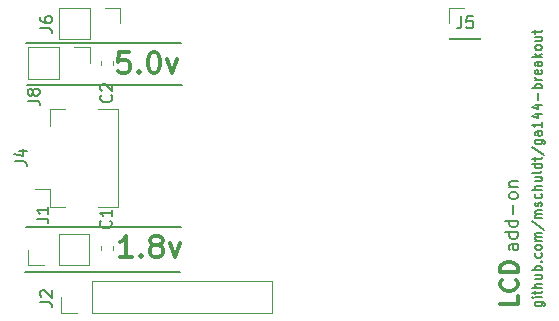
<source format=gto>
G04 #@! TF.GenerationSoftware,KiCad,Pcbnew,5.0.2-bee76a0~70~ubuntu14.04.1*
G04 #@! TF.CreationDate,2018-12-07T19:03:52-07:00*
G04 #@! TF.ProjectId,lcd-addon,6c63642d-6164-4646-9f6e-2e6b69636164,rev?*
G04 #@! TF.SameCoordinates,Original*
G04 #@! TF.FileFunction,Legend,Top*
G04 #@! TF.FilePolarity,Positive*
%FSLAX46Y46*%
G04 Gerber Fmt 4.6, Leading zero omitted, Abs format (unit mm)*
G04 Created by KiCad (PCBNEW 5.0.2-bee76a0~70~ubuntu14.04.1) date Fri 07 Dec 2018 07:03:52 PM MST*
%MOMM*%
%LPD*%
G01*
G04 APERTURE LIST*
%ADD10C,0.200000*%
%ADD11C,0.300000*%
%ADD12C,0.180000*%
%ADD13C,0.150000*%
%ADD14C,0.120000*%
G04 APERTURE END LIST*
D10*
X107750000Y-76850000D02*
X120900000Y-76850000D01*
X107650000Y-96250000D02*
X120800000Y-96250000D01*
X107750000Y-92450000D02*
X120900000Y-92450000D01*
X107850000Y-80400000D02*
X121000000Y-80400000D01*
D11*
X116457142Y-77614285D02*
X115600000Y-77614285D01*
X115514285Y-78471428D01*
X115600000Y-78385714D01*
X115771428Y-78300000D01*
X116200000Y-78300000D01*
X116371428Y-78385714D01*
X116457142Y-78471428D01*
X116542857Y-78642857D01*
X116542857Y-79071428D01*
X116457142Y-79242857D01*
X116371428Y-79328571D01*
X116200000Y-79414285D01*
X115771428Y-79414285D01*
X115600000Y-79328571D01*
X115514285Y-79242857D01*
X117314285Y-79242857D02*
X117400000Y-79328571D01*
X117314285Y-79414285D01*
X117228571Y-79328571D01*
X117314285Y-79242857D01*
X117314285Y-79414285D01*
X118514285Y-77614285D02*
X118685714Y-77614285D01*
X118857142Y-77700000D01*
X118942857Y-77785714D01*
X119028571Y-77957142D01*
X119114285Y-78300000D01*
X119114285Y-78728571D01*
X119028571Y-79071428D01*
X118942857Y-79242857D01*
X118857142Y-79328571D01*
X118685714Y-79414285D01*
X118514285Y-79414285D01*
X118342857Y-79328571D01*
X118257142Y-79242857D01*
X118171428Y-79071428D01*
X118085714Y-78728571D01*
X118085714Y-78300000D01*
X118171428Y-77957142D01*
X118257142Y-77785714D01*
X118342857Y-77700000D01*
X118514285Y-77614285D01*
X119714285Y-78214285D02*
X120142857Y-79414285D01*
X120571428Y-78214285D01*
X116742857Y-94964285D02*
X115714285Y-94964285D01*
X116228571Y-94964285D02*
X116228571Y-93164285D01*
X116057142Y-93421428D01*
X115885714Y-93592857D01*
X115714285Y-93678571D01*
X117514285Y-94792857D02*
X117600000Y-94878571D01*
X117514285Y-94964285D01*
X117428571Y-94878571D01*
X117514285Y-94792857D01*
X117514285Y-94964285D01*
X118628571Y-93935714D02*
X118457142Y-93850000D01*
X118371428Y-93764285D01*
X118285714Y-93592857D01*
X118285714Y-93507142D01*
X118371428Y-93335714D01*
X118457142Y-93250000D01*
X118628571Y-93164285D01*
X118971428Y-93164285D01*
X119142857Y-93250000D01*
X119228571Y-93335714D01*
X119314285Y-93507142D01*
X119314285Y-93592857D01*
X119228571Y-93764285D01*
X119142857Y-93850000D01*
X118971428Y-93935714D01*
X118628571Y-93935714D01*
X118457142Y-94021428D01*
X118371428Y-94107142D01*
X118285714Y-94278571D01*
X118285714Y-94621428D01*
X118371428Y-94792857D01*
X118457142Y-94878571D01*
X118628571Y-94964285D01*
X118971428Y-94964285D01*
X119142857Y-94878571D01*
X119228571Y-94792857D01*
X119314285Y-94621428D01*
X119314285Y-94278571D01*
X119228571Y-94107142D01*
X119142857Y-94021428D01*
X118971428Y-93935714D01*
X119914285Y-93764285D02*
X120342857Y-94964285D01*
X120771428Y-93764285D01*
D12*
X149397619Y-93885714D02*
X148821428Y-93885714D01*
X148716666Y-93938095D01*
X148664285Y-94042857D01*
X148664285Y-94252380D01*
X148716666Y-94357142D01*
X149345238Y-93885714D02*
X149397619Y-93990476D01*
X149397619Y-94252380D01*
X149345238Y-94357142D01*
X149240476Y-94409523D01*
X149135714Y-94409523D01*
X149030952Y-94357142D01*
X148978571Y-94252380D01*
X148978571Y-93990476D01*
X148926190Y-93885714D01*
X149397619Y-92890476D02*
X148297619Y-92890476D01*
X149345238Y-92890476D02*
X149397619Y-92995238D01*
X149397619Y-93204761D01*
X149345238Y-93309523D01*
X149292857Y-93361904D01*
X149188095Y-93414285D01*
X148873809Y-93414285D01*
X148769047Y-93361904D01*
X148716666Y-93309523D01*
X148664285Y-93204761D01*
X148664285Y-92995238D01*
X148716666Y-92890476D01*
X149397619Y-91895238D02*
X148297619Y-91895238D01*
X149345238Y-91895238D02*
X149397619Y-92000000D01*
X149397619Y-92209523D01*
X149345238Y-92314285D01*
X149292857Y-92366666D01*
X149188095Y-92419047D01*
X148873809Y-92419047D01*
X148769047Y-92366666D01*
X148716666Y-92314285D01*
X148664285Y-92209523D01*
X148664285Y-92000000D01*
X148716666Y-91895238D01*
X148978571Y-91371428D02*
X148978571Y-90533333D01*
X149397619Y-89852380D02*
X149345238Y-89957142D01*
X149292857Y-90009523D01*
X149188095Y-90061904D01*
X148873809Y-90061904D01*
X148769047Y-90009523D01*
X148716666Y-89957142D01*
X148664285Y-89852380D01*
X148664285Y-89695238D01*
X148716666Y-89590476D01*
X148769047Y-89538095D01*
X148873809Y-89485714D01*
X149188095Y-89485714D01*
X149292857Y-89538095D01*
X149345238Y-89590476D01*
X149397619Y-89695238D01*
X149397619Y-89852380D01*
X148664285Y-89014285D02*
X149397619Y-89014285D01*
X148769047Y-89014285D02*
X148716666Y-88961904D01*
X148664285Y-88857142D01*
X148664285Y-88700000D01*
X148716666Y-88595238D01*
X148821428Y-88542857D01*
X149397619Y-88542857D01*
D13*
X150878571Y-98776190D02*
X151526190Y-98776190D01*
X151602380Y-98814285D01*
X151640476Y-98852380D01*
X151678571Y-98928571D01*
X151678571Y-99042857D01*
X151640476Y-99119047D01*
X151373809Y-98776190D02*
X151411904Y-98852380D01*
X151411904Y-99004761D01*
X151373809Y-99080952D01*
X151335714Y-99119047D01*
X151259523Y-99157142D01*
X151030952Y-99157142D01*
X150954761Y-99119047D01*
X150916666Y-99080952D01*
X150878571Y-99004761D01*
X150878571Y-98852380D01*
X150916666Y-98776190D01*
X151411904Y-98395238D02*
X150878571Y-98395238D01*
X150611904Y-98395238D02*
X150650000Y-98433333D01*
X150688095Y-98395238D01*
X150650000Y-98357142D01*
X150611904Y-98395238D01*
X150688095Y-98395238D01*
X150878571Y-98128571D02*
X150878571Y-97823809D01*
X150611904Y-98014285D02*
X151297619Y-98014285D01*
X151373809Y-97976190D01*
X151411904Y-97900000D01*
X151411904Y-97823809D01*
X151411904Y-97557142D02*
X150611904Y-97557142D01*
X151411904Y-97214285D02*
X150992857Y-97214285D01*
X150916666Y-97252380D01*
X150878571Y-97328571D01*
X150878571Y-97442857D01*
X150916666Y-97519047D01*
X150954761Y-97557142D01*
X150878571Y-96490476D02*
X151411904Y-96490476D01*
X150878571Y-96833333D02*
X151297619Y-96833333D01*
X151373809Y-96795238D01*
X151411904Y-96719047D01*
X151411904Y-96604761D01*
X151373809Y-96528571D01*
X151335714Y-96490476D01*
X151411904Y-96109523D02*
X150611904Y-96109523D01*
X150916666Y-96109523D02*
X150878571Y-96033333D01*
X150878571Y-95880952D01*
X150916666Y-95804761D01*
X150954761Y-95766666D01*
X151030952Y-95728571D01*
X151259523Y-95728571D01*
X151335714Y-95766666D01*
X151373809Y-95804761D01*
X151411904Y-95880952D01*
X151411904Y-96033333D01*
X151373809Y-96109523D01*
X151335714Y-95385714D02*
X151373809Y-95347619D01*
X151411904Y-95385714D01*
X151373809Y-95423809D01*
X151335714Y-95385714D01*
X151411904Y-95385714D01*
X151373809Y-94661904D02*
X151411904Y-94738095D01*
X151411904Y-94890476D01*
X151373809Y-94966666D01*
X151335714Y-95004761D01*
X151259523Y-95042857D01*
X151030952Y-95042857D01*
X150954761Y-95004761D01*
X150916666Y-94966666D01*
X150878571Y-94890476D01*
X150878571Y-94738095D01*
X150916666Y-94661904D01*
X151411904Y-94204761D02*
X151373809Y-94280952D01*
X151335714Y-94319047D01*
X151259523Y-94357142D01*
X151030952Y-94357142D01*
X150954761Y-94319047D01*
X150916666Y-94280952D01*
X150878571Y-94204761D01*
X150878571Y-94090476D01*
X150916666Y-94014285D01*
X150954761Y-93976190D01*
X151030952Y-93938095D01*
X151259523Y-93938095D01*
X151335714Y-93976190D01*
X151373809Y-94014285D01*
X151411904Y-94090476D01*
X151411904Y-94204761D01*
X151411904Y-93595238D02*
X150878571Y-93595238D01*
X150954761Y-93595238D02*
X150916666Y-93557142D01*
X150878571Y-93480952D01*
X150878571Y-93366666D01*
X150916666Y-93290476D01*
X150992857Y-93252380D01*
X151411904Y-93252380D01*
X150992857Y-93252380D02*
X150916666Y-93214285D01*
X150878571Y-93138095D01*
X150878571Y-93023809D01*
X150916666Y-92947619D01*
X150992857Y-92909523D01*
X151411904Y-92909523D01*
X150573809Y-91957142D02*
X151602380Y-92642857D01*
X151411904Y-91690476D02*
X150878571Y-91690476D01*
X150954761Y-91690476D02*
X150916666Y-91652380D01*
X150878571Y-91576190D01*
X150878571Y-91461904D01*
X150916666Y-91385714D01*
X150992857Y-91347619D01*
X151411904Y-91347619D01*
X150992857Y-91347619D02*
X150916666Y-91309523D01*
X150878571Y-91233333D01*
X150878571Y-91119047D01*
X150916666Y-91042857D01*
X150992857Y-91004761D01*
X151411904Y-91004761D01*
X151373809Y-90661904D02*
X151411904Y-90585714D01*
X151411904Y-90433333D01*
X151373809Y-90357142D01*
X151297619Y-90319047D01*
X151259523Y-90319047D01*
X151183333Y-90357142D01*
X151145238Y-90433333D01*
X151145238Y-90547619D01*
X151107142Y-90623809D01*
X151030952Y-90661904D01*
X150992857Y-90661904D01*
X150916666Y-90623809D01*
X150878571Y-90547619D01*
X150878571Y-90433333D01*
X150916666Y-90357142D01*
X151373809Y-89633333D02*
X151411904Y-89709523D01*
X151411904Y-89861904D01*
X151373809Y-89938095D01*
X151335714Y-89976190D01*
X151259523Y-90014285D01*
X151030952Y-90014285D01*
X150954761Y-89976190D01*
X150916666Y-89938095D01*
X150878571Y-89861904D01*
X150878571Y-89709523D01*
X150916666Y-89633333D01*
X151411904Y-89290476D02*
X150611904Y-89290476D01*
X151411904Y-88947619D02*
X150992857Y-88947619D01*
X150916666Y-88985714D01*
X150878571Y-89061904D01*
X150878571Y-89176190D01*
X150916666Y-89252380D01*
X150954761Y-89290476D01*
X150878571Y-88223809D02*
X151411904Y-88223809D01*
X150878571Y-88566666D02*
X151297619Y-88566666D01*
X151373809Y-88528571D01*
X151411904Y-88452380D01*
X151411904Y-88338095D01*
X151373809Y-88261904D01*
X151335714Y-88223809D01*
X151411904Y-87728571D02*
X151373809Y-87804761D01*
X151297619Y-87842857D01*
X150611904Y-87842857D01*
X151411904Y-87080952D02*
X150611904Y-87080952D01*
X151373809Y-87080952D02*
X151411904Y-87157142D01*
X151411904Y-87309523D01*
X151373809Y-87385714D01*
X151335714Y-87423809D01*
X151259523Y-87461904D01*
X151030952Y-87461904D01*
X150954761Y-87423809D01*
X150916666Y-87385714D01*
X150878571Y-87309523D01*
X150878571Y-87157142D01*
X150916666Y-87080952D01*
X150878571Y-86814285D02*
X150878571Y-86509523D01*
X150611904Y-86700000D02*
X151297619Y-86700000D01*
X151373809Y-86661904D01*
X151411904Y-86585714D01*
X151411904Y-86509523D01*
X150573809Y-85671428D02*
X151602380Y-86357142D01*
X150878571Y-85061904D02*
X151526190Y-85061904D01*
X151602380Y-85100000D01*
X151640476Y-85138095D01*
X151678571Y-85214285D01*
X151678571Y-85328571D01*
X151640476Y-85404761D01*
X151373809Y-85061904D02*
X151411904Y-85138095D01*
X151411904Y-85290476D01*
X151373809Y-85366666D01*
X151335714Y-85404761D01*
X151259523Y-85442857D01*
X151030952Y-85442857D01*
X150954761Y-85404761D01*
X150916666Y-85366666D01*
X150878571Y-85290476D01*
X150878571Y-85138095D01*
X150916666Y-85061904D01*
X151411904Y-84338095D02*
X150992857Y-84338095D01*
X150916666Y-84376190D01*
X150878571Y-84452380D01*
X150878571Y-84604761D01*
X150916666Y-84680952D01*
X151373809Y-84338095D02*
X151411904Y-84414285D01*
X151411904Y-84604761D01*
X151373809Y-84680952D01*
X151297619Y-84719047D01*
X151221428Y-84719047D01*
X151145238Y-84680952D01*
X151107142Y-84604761D01*
X151107142Y-84414285D01*
X151069047Y-84338095D01*
X151411904Y-83538095D02*
X151411904Y-83995238D01*
X151411904Y-83766666D02*
X150611904Y-83766666D01*
X150726190Y-83842857D01*
X150802380Y-83919047D01*
X150840476Y-83995238D01*
X150878571Y-82852380D02*
X151411904Y-82852380D01*
X150573809Y-83042857D02*
X151145238Y-83233333D01*
X151145238Y-82738095D01*
X150878571Y-82090476D02*
X151411904Y-82090476D01*
X150573809Y-82280952D02*
X151145238Y-82471428D01*
X151145238Y-81976190D01*
X151107142Y-81671428D02*
X151107142Y-81061904D01*
X151411904Y-80680952D02*
X150611904Y-80680952D01*
X150916666Y-80680952D02*
X150878571Y-80604761D01*
X150878571Y-80452380D01*
X150916666Y-80376190D01*
X150954761Y-80338095D01*
X151030952Y-80300000D01*
X151259523Y-80300000D01*
X151335714Y-80338095D01*
X151373809Y-80376190D01*
X151411904Y-80452380D01*
X151411904Y-80604761D01*
X151373809Y-80680952D01*
X151411904Y-79957142D02*
X150878571Y-79957142D01*
X151030952Y-79957142D02*
X150954761Y-79919047D01*
X150916666Y-79880952D01*
X150878571Y-79804761D01*
X150878571Y-79728571D01*
X151373809Y-79157142D02*
X151411904Y-79233333D01*
X151411904Y-79385714D01*
X151373809Y-79461904D01*
X151297619Y-79500000D01*
X150992857Y-79500000D01*
X150916666Y-79461904D01*
X150878571Y-79385714D01*
X150878571Y-79233333D01*
X150916666Y-79157142D01*
X150992857Y-79119047D01*
X151069047Y-79119047D01*
X151145238Y-79500000D01*
X151411904Y-78433333D02*
X150992857Y-78433333D01*
X150916666Y-78471428D01*
X150878571Y-78547619D01*
X150878571Y-78700000D01*
X150916666Y-78776190D01*
X151373809Y-78433333D02*
X151411904Y-78509523D01*
X151411904Y-78700000D01*
X151373809Y-78776190D01*
X151297619Y-78814285D01*
X151221428Y-78814285D01*
X151145238Y-78776190D01*
X151107142Y-78700000D01*
X151107142Y-78509523D01*
X151069047Y-78433333D01*
X151411904Y-78052380D02*
X150611904Y-78052380D01*
X151107142Y-77976190D02*
X151411904Y-77747619D01*
X150878571Y-77747619D02*
X151183333Y-78052380D01*
X151411904Y-77290476D02*
X151373809Y-77366666D01*
X151335714Y-77404761D01*
X151259523Y-77442857D01*
X151030952Y-77442857D01*
X150954761Y-77404761D01*
X150916666Y-77366666D01*
X150878571Y-77290476D01*
X150878571Y-77176190D01*
X150916666Y-77100000D01*
X150954761Y-77061904D01*
X151030952Y-77023809D01*
X151259523Y-77023809D01*
X151335714Y-77061904D01*
X151373809Y-77100000D01*
X151411904Y-77176190D01*
X151411904Y-77290476D01*
X150878571Y-76338095D02*
X151411904Y-76338095D01*
X150878571Y-76680952D02*
X151297619Y-76680952D01*
X151373809Y-76642857D01*
X151411904Y-76566666D01*
X151411904Y-76452380D01*
X151373809Y-76376190D01*
X151335714Y-76338095D01*
X150878571Y-76071428D02*
X150878571Y-75766666D01*
X150611904Y-75957142D02*
X151297619Y-75957142D01*
X151373809Y-75919047D01*
X151411904Y-75842857D01*
X151411904Y-75766666D01*
D11*
X149406671Y-98254554D02*
X149406671Y-98968840D01*
X147906671Y-98968840D01*
X149263814Y-96897411D02*
X149335242Y-96968840D01*
X149406671Y-97183125D01*
X149406671Y-97325982D01*
X149335242Y-97540268D01*
X149192385Y-97683125D01*
X149049528Y-97754554D01*
X148763814Y-97825982D01*
X148549528Y-97825982D01*
X148263814Y-97754554D01*
X148120957Y-97683125D01*
X147978100Y-97540268D01*
X147906671Y-97325982D01*
X147906671Y-97183125D01*
X147978100Y-96968840D01*
X148049528Y-96897411D01*
X149406671Y-96254554D02*
X147906671Y-96254554D01*
X147906671Y-95897411D01*
X147978100Y-95683125D01*
X148120957Y-95540268D01*
X148263814Y-95468840D01*
X148549528Y-95397411D01*
X148763814Y-95397411D01*
X149049528Y-95468840D01*
X149192385Y-95540268D01*
X149335242Y-95683125D01*
X149406671Y-95897411D01*
X149406671Y-96254554D01*
D14*
G04 #@! TO.C,J2*
X128620000Y-99680000D02*
X128620000Y-97020000D01*
X113320000Y-99680000D02*
X128620000Y-99680000D01*
X113320000Y-97020000D02*
X128620000Y-97020000D01*
X113320000Y-99680000D02*
X113320000Y-97020000D01*
X112050000Y-99680000D02*
X110720000Y-99680000D01*
X110720000Y-99680000D02*
X110720000Y-98350000D01*
G04 #@! TO.C,C1*
X115110000Y-94074721D02*
X115110000Y-94400279D01*
X114090000Y-94074721D02*
X114090000Y-94400279D01*
G04 #@! TO.C,C2*
X114090000Y-78374721D02*
X114090000Y-78700279D01*
X115110000Y-78374721D02*
X115110000Y-78700279D01*
G04 #@! TO.C,J4*
X109750000Y-89210000D02*
X109750000Y-90700000D01*
X109750000Y-90700000D02*
X111090000Y-90700000D01*
X109750000Y-83890000D02*
X109750000Y-82400000D01*
X109750000Y-82400000D02*
X111090000Y-82400000D01*
X113810000Y-90700000D02*
X115550000Y-90700000D01*
X115550000Y-90700000D02*
X115550000Y-82400000D01*
X115550000Y-82400000D02*
X113810000Y-82400000D01*
X109750000Y-89210000D02*
X108550000Y-89210000D01*
G04 #@! TO.C,J5*
X143530000Y-76530000D02*
X146190000Y-76530000D01*
X143530000Y-76470000D02*
X143530000Y-76530000D01*
X146190000Y-76470000D02*
X146190000Y-76530000D01*
X143530000Y-76470000D02*
X146190000Y-76470000D01*
X143530000Y-75200000D02*
X143530000Y-73870000D01*
X143530000Y-73870000D02*
X144860000Y-73870000D01*
G04 #@! TO.C,J6*
X110530000Y-73870000D02*
X110530000Y-76530000D01*
X113130000Y-73870000D02*
X110530000Y-73870000D01*
X113130000Y-76530000D02*
X110530000Y-76530000D01*
X113130000Y-73870000D02*
X113130000Y-76530000D01*
X114400000Y-73870000D02*
X115730000Y-73870000D01*
X115730000Y-73870000D02*
X115730000Y-75200000D01*
G04 #@! TO.C,J1*
X113120000Y-95680000D02*
X113120000Y-93020000D01*
X110520000Y-95680000D02*
X113120000Y-95680000D01*
X110520000Y-93020000D02*
X113120000Y-93020000D01*
X110520000Y-95680000D02*
X110520000Y-93020000D01*
X109250000Y-95680000D02*
X107920000Y-95680000D01*
X107920000Y-95680000D02*
X107920000Y-94350000D01*
G04 #@! TO.C,J8*
X113130000Y-77220000D02*
X113130000Y-78550000D01*
X111800000Y-77220000D02*
X113130000Y-77220000D01*
X110530000Y-77220000D02*
X110530000Y-79880000D01*
X110530000Y-79880000D02*
X107930000Y-79880000D01*
X110530000Y-77220000D02*
X107930000Y-77220000D01*
X107930000Y-77220000D02*
X107930000Y-79880000D01*
G04 #@! TO.C,J2*
D13*
X108952380Y-98783333D02*
X109666666Y-98783333D01*
X109809523Y-98830952D01*
X109904761Y-98926190D01*
X109952380Y-99069047D01*
X109952380Y-99164285D01*
X109047619Y-98354761D02*
X109000000Y-98307142D01*
X108952380Y-98211904D01*
X108952380Y-97973809D01*
X109000000Y-97878571D01*
X109047619Y-97830952D01*
X109142857Y-97783333D01*
X109238095Y-97783333D01*
X109380952Y-97830952D01*
X109952380Y-98402380D01*
X109952380Y-97783333D01*
G04 #@! TO.C,C1*
X114907142Y-91916666D02*
X114954761Y-91964285D01*
X115002380Y-92107142D01*
X115002380Y-92202380D01*
X114954761Y-92345238D01*
X114859523Y-92440476D01*
X114764285Y-92488095D01*
X114573809Y-92535714D01*
X114430952Y-92535714D01*
X114240476Y-92488095D01*
X114145238Y-92440476D01*
X114050000Y-92345238D01*
X114002380Y-92202380D01*
X114002380Y-92107142D01*
X114050000Y-91964285D01*
X114097619Y-91916666D01*
X115002380Y-90964285D02*
X115002380Y-91535714D01*
X115002380Y-91250000D02*
X114002380Y-91250000D01*
X114145238Y-91345238D01*
X114240476Y-91440476D01*
X114288095Y-91535714D01*
G04 #@! TO.C,C2*
X114957142Y-81266666D02*
X115004761Y-81314285D01*
X115052380Y-81457142D01*
X115052380Y-81552380D01*
X115004761Y-81695238D01*
X114909523Y-81790476D01*
X114814285Y-81838095D01*
X114623809Y-81885714D01*
X114480952Y-81885714D01*
X114290476Y-81838095D01*
X114195238Y-81790476D01*
X114100000Y-81695238D01*
X114052380Y-81552380D01*
X114052380Y-81457142D01*
X114100000Y-81314285D01*
X114147619Y-81266666D01*
X114147619Y-80885714D02*
X114100000Y-80838095D01*
X114052380Y-80742857D01*
X114052380Y-80504761D01*
X114100000Y-80409523D01*
X114147619Y-80361904D01*
X114242857Y-80314285D01*
X114338095Y-80314285D01*
X114480952Y-80361904D01*
X115052380Y-80933333D01*
X115052380Y-80314285D01*
G04 #@! TO.C,J4*
X106802380Y-86883333D02*
X107516666Y-86883333D01*
X107659523Y-86930952D01*
X107754761Y-87026190D01*
X107802380Y-87169047D01*
X107802380Y-87264285D01*
X107135714Y-85978571D02*
X107802380Y-85978571D01*
X106754761Y-86216666D02*
X107469047Y-86454761D01*
X107469047Y-85835714D01*
G04 #@! TO.C,J5*
X144616666Y-74602380D02*
X144616666Y-75316666D01*
X144569047Y-75459523D01*
X144473809Y-75554761D01*
X144330952Y-75602380D01*
X144235714Y-75602380D01*
X145569047Y-74602380D02*
X145092857Y-74602380D01*
X145045238Y-75078571D01*
X145092857Y-75030952D01*
X145188095Y-74983333D01*
X145426190Y-74983333D01*
X145521428Y-75030952D01*
X145569047Y-75078571D01*
X145616666Y-75173809D01*
X145616666Y-75411904D01*
X145569047Y-75507142D01*
X145521428Y-75554761D01*
X145426190Y-75602380D01*
X145188095Y-75602380D01*
X145092857Y-75554761D01*
X145045238Y-75507142D01*
G04 #@! TO.C,J6*
X108952380Y-75583333D02*
X109666666Y-75583333D01*
X109809523Y-75630952D01*
X109904761Y-75726190D01*
X109952380Y-75869047D01*
X109952380Y-75964285D01*
X108952380Y-74678571D02*
X108952380Y-74869047D01*
X109000000Y-74964285D01*
X109047619Y-75011904D01*
X109190476Y-75107142D01*
X109380952Y-75154761D01*
X109761904Y-75154761D01*
X109857142Y-75107142D01*
X109904761Y-75059523D01*
X109952380Y-74964285D01*
X109952380Y-74773809D01*
X109904761Y-74678571D01*
X109857142Y-74630952D01*
X109761904Y-74583333D01*
X109523809Y-74583333D01*
X109428571Y-74630952D01*
X109380952Y-74678571D01*
X109333333Y-74773809D01*
X109333333Y-74964285D01*
X109380952Y-75059523D01*
X109428571Y-75107142D01*
X109523809Y-75154761D01*
G04 #@! TO.C,J1*
X108652380Y-91733333D02*
X109366666Y-91733333D01*
X109509523Y-91780952D01*
X109604761Y-91876190D01*
X109652380Y-92019047D01*
X109652380Y-92114285D01*
X109652380Y-90733333D02*
X109652380Y-91304761D01*
X109652380Y-91019047D02*
X108652380Y-91019047D01*
X108795238Y-91114285D01*
X108890476Y-91209523D01*
X108938095Y-91304761D01*
G04 #@! TO.C,J8*
X107902380Y-81733333D02*
X108616666Y-81733333D01*
X108759523Y-81780952D01*
X108854761Y-81876190D01*
X108902380Y-82019047D01*
X108902380Y-82114285D01*
X108330952Y-81114285D02*
X108283333Y-81209523D01*
X108235714Y-81257142D01*
X108140476Y-81304761D01*
X108092857Y-81304761D01*
X107997619Y-81257142D01*
X107950000Y-81209523D01*
X107902380Y-81114285D01*
X107902380Y-80923809D01*
X107950000Y-80828571D01*
X107997619Y-80780952D01*
X108092857Y-80733333D01*
X108140476Y-80733333D01*
X108235714Y-80780952D01*
X108283333Y-80828571D01*
X108330952Y-80923809D01*
X108330952Y-81114285D01*
X108378571Y-81209523D01*
X108426190Y-81257142D01*
X108521428Y-81304761D01*
X108711904Y-81304761D01*
X108807142Y-81257142D01*
X108854761Y-81209523D01*
X108902380Y-81114285D01*
X108902380Y-80923809D01*
X108854761Y-80828571D01*
X108807142Y-80780952D01*
X108711904Y-80733333D01*
X108521428Y-80733333D01*
X108426190Y-80780952D01*
X108378571Y-80828571D01*
X108330952Y-80923809D01*
G04 #@! TD*
M02*

</source>
